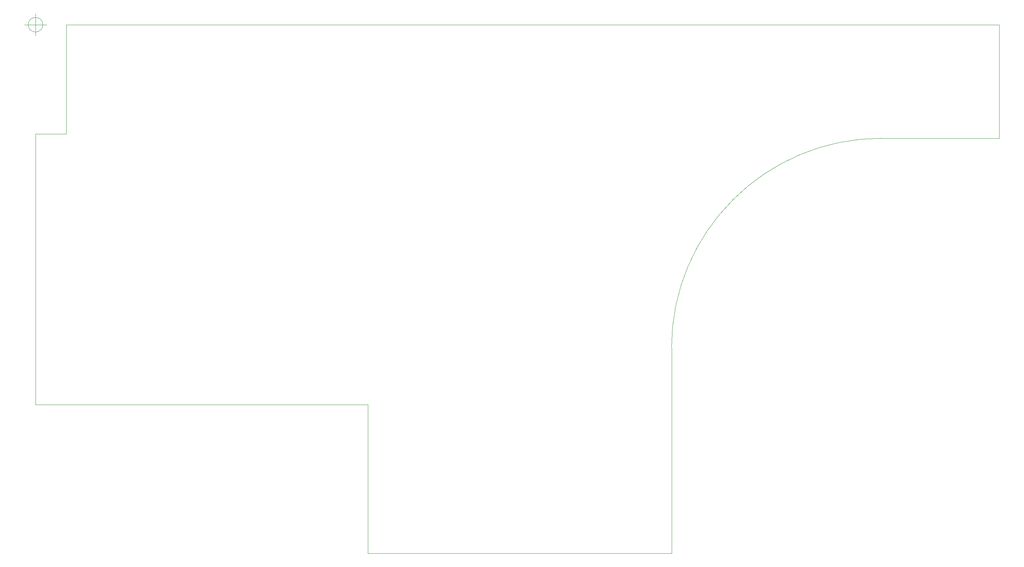
<source format=gbr>
%TF.GenerationSoftware,KiCad,Pcbnew,6.0.8-f2edbf62ab~116~ubuntu20.04.1*%
%TF.CreationDate,2023-10-04T21:41:11+02:00*%
%TF.ProjectId,Board_Bluetooth_radio_platform,426f6172-645f-4426-9c75-65746f6f7468,1.1*%
%TF.SameCoordinates,Original*%
%TF.FileFunction,Other,User*%
%FSLAX46Y46*%
G04 Gerber Fmt 4.6, Leading zero omitted, Abs format (unit mm)*
G04 Created by KiCad (PCBNEW 6.0.8-f2edbf62ab~116~ubuntu20.04.1) date 2023-10-04 21:41:11*
%MOMM*%
%LPD*%
G01*
G04 APERTURE LIST*
%TA.AperFunction,Profile*%
%ADD10C,0.100000*%
%TD*%
G04 APERTURE END LIST*
D10*
X277500000Y-19000000D02*
X277500000Y-45000000D01*
X277500000Y-45000000D02*
X250500000Y-45000000D01*
X57000000Y-106000000D02*
X133000000Y-105934000D01*
X202500000Y-140000000D02*
X202500000Y-93000000D01*
X64000000Y-19000000D02*
X64000000Y-44000000D01*
X250500000Y-45000000D02*
G75*
G03*
X202500000Y-93000000I0J-48000000D01*
G01*
X133000000Y-140000000D02*
X202500000Y-140000000D01*
X133000000Y-105934000D02*
X133000000Y-140000000D01*
X57000000Y-44000000D02*
X57000000Y-106000000D01*
X64000000Y-44000000D02*
X57000000Y-44000000D01*
X64000000Y-19000000D02*
X277500000Y-19000000D01*
X58666666Y-19000000D02*
G75*
G03*
X58666666Y-19000000I-1666666J0D01*
G01*
X54500000Y-19000000D02*
X59500000Y-19000000D01*
X57000000Y-16500000D02*
X57000000Y-21500000D01*
M02*

</source>
